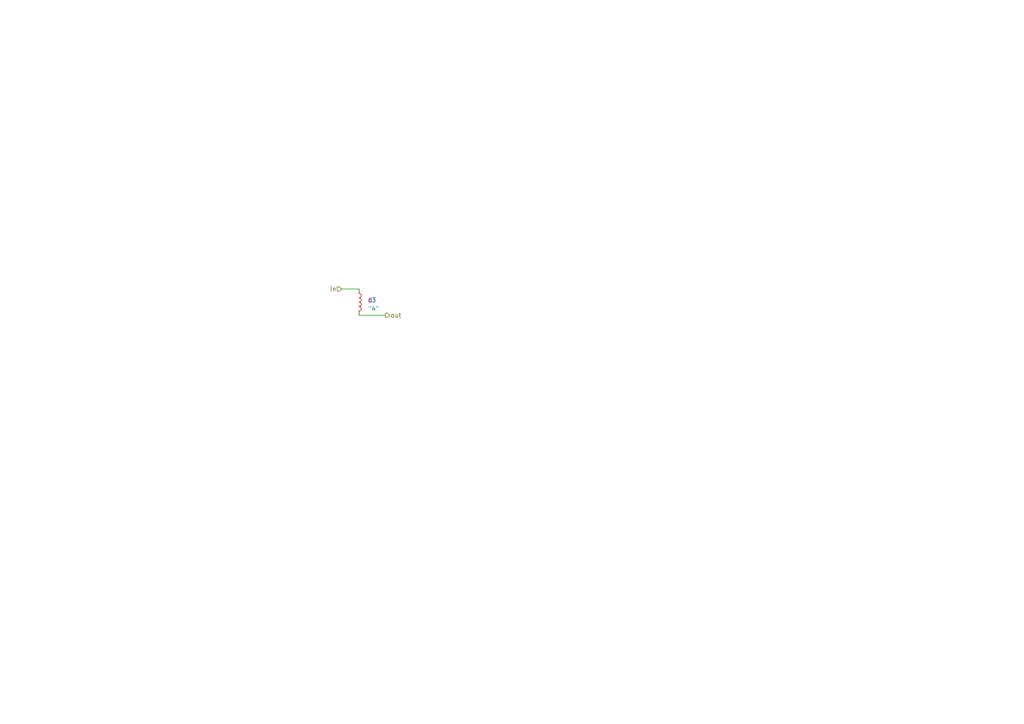
<source format=kicad_sch>
(kicad_sch (version 20210621) (generator eeschema)
  (paper "A4")
  (lib_symbols
    (symbol "Device:L" (pin_numbers hide) (pin_names (offset 1.016) hide)
      (property "Reference" "L" (at -1.27 0 90))
      (property "Value" "L" (at 1.905 0 90))
      (symbol "L_0_1"
        (arc (start 0 -2.54) (end 0 -1.27) (radius (at 0 -1.905) (length 0.635) (angles -89.9 89.9)))
        (arc (start 0 -1.27) (end 0 0) (radius (at 0 -0.635) (length 0.635) (angles -89.9 89.9)))
        (arc (start 0 0) (end 0 1.27) (radius (at 0 0.635) (length 0.635) (angles -89.9 89.9)))
        (arc (start 0 1.27) (end 0 2.54) (radius (at 0 1.905) (length 0.635) (angles -89.9 89.9)))
      )
      (symbol "L_1_1"
        (pin passive line (at 0 3.81 270) (length 1.27) (name "1") (number "1"))
        (pin passive line (at 0 -3.81 90) (length 1.27) (name "2") (number "2"))
      )
    )
  )
  (wire (pts (xy 99.06 83.82) (xy 104.14 83.82)))
  (wire (pts (xy 104.14 91.44) (xy 111.76 91.44)))
  (hierarchical_label "in" (shape input) (at 99.06 83.82 180))
  (hierarchical_label "out" (shape output) (at 111.76 91.44 0))
  (symbol (lib_id "Device:L") (at 104.14 87.63 0)
    (property "Reference" "L3" (at 106.68 86.9949 0) (effects (justify left)))
    (property "Value" "\"4\"" (at 106.68 89.5349 0) (effects (justify left)))
    (property "Footprint" "\"\"" (effects hide))
    (property "Datasheet" "\"~\"" (effects hide))
    (property "qwerty" "\"ind\"" (effects hide))
    (property "new1" "d" (at 106.68 86.9949 0) (effects (justify left)))
  )
)
</source>
